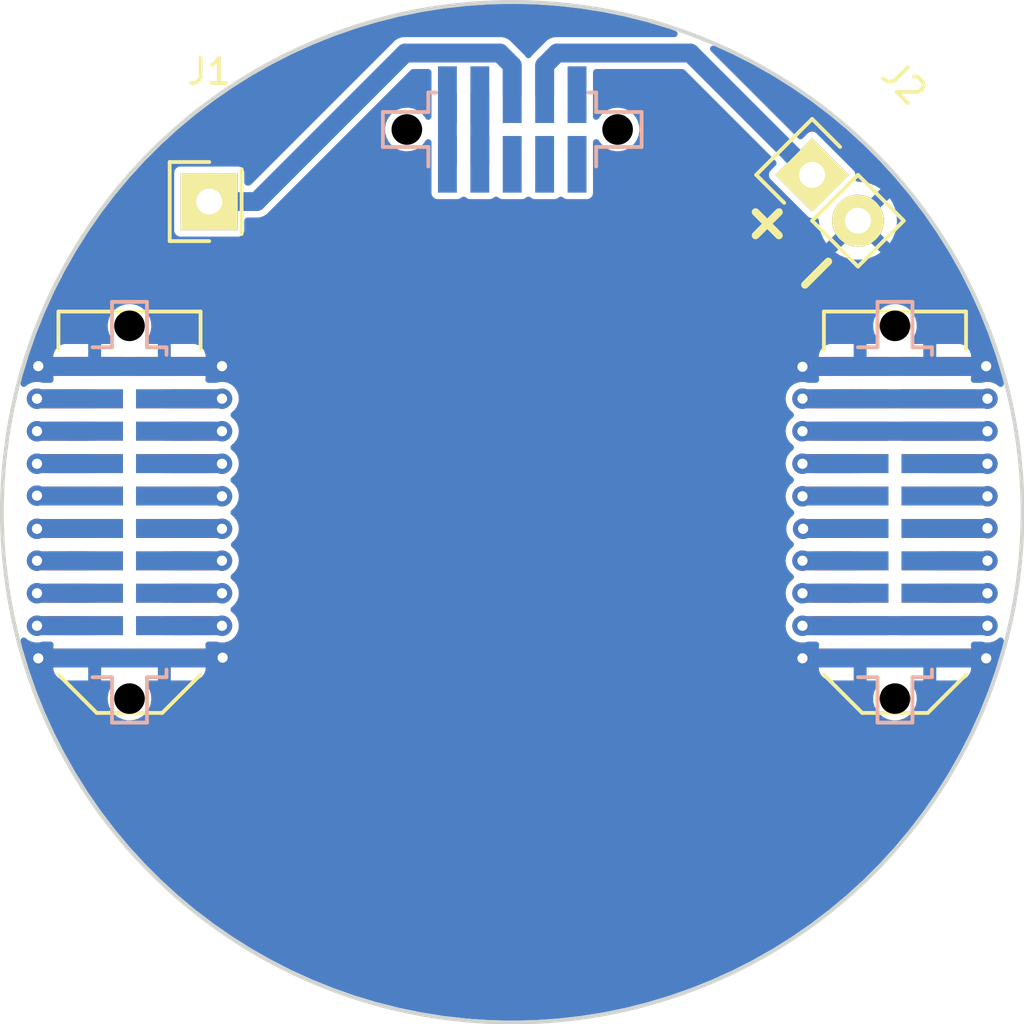
<source format=kicad_pcb>
(kicad_pcb (version 20221018) (generator pcbnew)
  (layers (0 "F.Cu" signal) (31 "B.Cu" signal) (34 "B.Paste" user) (35 "F.Paste" user) (36 "B.SilkS" user "B.Silkscreen") (37 "F.SilkS" user "F.Silkscreen") (38 "B.Mask" user) (39 "F.Mask" user) (44 "Edge.Cuts" user))
  (net 0 "")
  (net 1 "/BATT1")
  (net 2 "GND")
  (net 3 "/3v3_IMU")
  (net 4 "/JTMS")
  (net 5 "/3v3_RADIO")
  (net 6 "/JTCK")
  (net 7 "/3v3_FC")
  (net 8 "/JTDI")
  (net 9 "/3v3_PYRO")
  (net 10 "/JTDR")
  (net 11 "/3v3_DL")
  (net 12 "/RSVD1")
  (net 13 "/3v3_AUX1")
  (net 14 "/5v_CAN")
  (net 15 "/3v3_AUX2")
  (net 16 "/CAN-")
  (net 17 "/RSVD2")
  (net 18 "/CAN+")
  (net 19 "/PYRO_SO")
  (net 20 "/PYRO_SI")
  (net 21 "/5v_RADIO")
  (net 22 "/PYRO1")
  (net 23 "/5v_IMU")
  (net 24 "/PYRO2")
  (net 25 "/5v_AUX1")
  (net 26 "/PYRO3")
  (net 27 "/5v_AUX2")
  (net 28 "/PYRO4")
  (net 29 "/5v_CAM")
  (net 30 "/PWR")
  (net 31 "/CHARGE")
  (net 32 "/V_MAIN")
  (net 33 "/BATT2")
  (net 34 "/3v3_PSU")
  (net 35 "/SDA")
  (net 36 "/SCL")
  (net 37 "/~{ALERT}")
  (net 38 "/VBATT")
  (footprint "Socket_Strips:Socket_Strip_Straight_1x01" (layer "F.Cu") (at 88.125 87.825)
    (fp_text reference "J1" (at 0 -5.1) (layer "F.SilkS"))
    (fp_text value "BATT_CENTRE_TAP")
    (fp_line (start -1.55 -1.55) (end -1.55 1.55) (stroke (width 0.15)) (layer "F.SilkS"))
    (fp_line (start -1.55 -1.55) (end 0 -1.55) (stroke (width 0.15)) (layer "F.SilkS"))
    (fp_line (start -1.55 1.55) (end 0 1.55) (stroke (width 0.15)) (layer "F.SilkS"))
    (fp_line (start 1.27 1.27) (end 1.27 -1.27) (stroke (width 0.15)) (layer "F.SilkS"))
    (pad "1" thru_hole rect (at 0 0) (size 2.2352 2.2352) (drill 1.016) (layers "*.Cu" "*.Mask" "F.SilkS") (net 1 "/BATT1"))
  )
  (footprint "agg:TFML-110-02-L-D" (layer "F.Cu") (at 85 100 -90)
    (fp_text reference "J3")
    (fp_text value "WEST TOP")
    (fp_line (start -7.865 -2.785) (end -7.865 2.785) (stroke (width 0.15)) (layer "F.SilkS"))
    (fp_line (start -7.865 2.785) (end -6.365 2.785) (stroke (width 0.15)) (layer "F.SilkS"))
    (fp_line (start -6.365 -2.785) (end -7.865 -2.785) (stroke (width 0.15)) (layer "F.SilkS"))
    (fp_line (start 6.365 2.785) (end 7.865 1.285) (stroke (width 0.15)) (layer "F.SilkS"))
    (fp_line (start 7.865 -1.285) (end 6.365 -2.785) (stroke (width 0.15)) (layer "F.SilkS"))
    (fp_line (start 7.865 1.285) (end 7.865 -1.285) (stroke (width 0.15)) (layer "F.SilkS"))
    (pad "1" smd rect (at -5.715 1.715 270) (size 0.74 2.92) (layers "F.Cu" "F.Paste" "F.Mask") (net 2 "GND"))
    (pad "2" smd rect (at -5.715 -1.715 270) (size 0.74 2.92) (layers "F.Cu" "F.Paste" "F.Mask") (net 2 "GND"))
    (pad "3" smd rect (at -4.445 1.715 270) (size 0.74 2.92) (layers "F.Cu" "F.Paste" "F.Mask") (net 3 "/3v3_IMU"))
    (pad "4" smd rect (at -4.445 -1.715 270) (size 0.74 2.92) (layers "F.Cu" "F.Paste" "F.Mask") (net 4 "/JTMS"))
    (pad "5" smd rect (at -3.175 1.715 270) (size 0.74 2.92) (layers "F.Cu" "F.Paste" "F.Mask") (net 5 "/3v3_RADIO"))
    (pad "6" smd rect (at -3.175 -1.715 270) (size 0.74 2.92) (layers "F.Cu" "F.Paste" "F.Mask") (net 6 "/JTCK"))
    (pad "7" smd rect (at -1.905 1.715 270) (size 0.74 2.92) (layers "F.Cu" "F.Paste" "F.Mask") (net 7 "/3v3_FC"))
    (pad "8" smd rect (at -1.905 -1.715 270) (size 0.74 2.92) (layers "F.Cu" "F.Paste" "F.Mask") (net 8 "/JTDI"))
    (pad "9" smd rect (at -0.635 1.715 270) (size 0.74 2.92) (layers "F.Cu" "F.Paste" "F.Mask") (net 9 "/3v3_PYRO"))
    (pad "10" smd rect (at -0.635 -1.715 270) (size 0.74 2.92) (layers "F.Cu" "F.Paste" "F.Mask") (net 10 "/JTDR"))
    (pad "11" smd rect (at 0.635 1.715 270) (size 0.74 2.92) (layers "F.Cu" "F.Paste" "F.Mask") (net 11 "/3v3_DL"))
    (pad "12" smd rect (at 0.635 -1.715 270) (size 0.74 2.92) (layers "F.Cu" "F.Paste" "F.Mask") (net 12 "/RSVD1"))
    (pad "13" smd rect (at 1.905 1.715 270) (size 0.74 2.92) (layers "F.Cu" "F.Paste" "F.Mask") (net 13 "/3v3_AUX1"))
    (pad "14" smd rect (at 1.905 -1.715 270) (size 0.74 2.92) (layers "F.Cu" "F.Paste" "F.Mask") (net 14 "/5v_CAN"))
    (pad "15" smd rect (at 3.175 1.715 270) (size 0.74 2.92) (layers "F.Cu" "F.Paste" "F.Mask") (net 15 "/3v3_AUX2"))
    (pad "16" smd rect (at 3.175 -1.715 270) (size 0.74 2.92) (layers "F.Cu" "F.Paste" "F.Mask") (net 16 "/CAN-"))
    (pad "17" smd rect (at 4.445 1.715 270) (size 0.74 2.92) (layers "F.Cu" "F.Paste" "F.Mask") (net 17 "/RSVD2"))
    (pad "18" smd rect (at 4.445 -1.715 270) (size 0.74 2.92) (layers "F.Cu" "F.Paste" "F.Mask") (net 18 "/CAN+"))
    (pad "19" smd rect (at 5.715 1.715 270) (size 0.74 2.92) (layers "F.Cu" "F.Paste" "F.Mask") (net 2 "GND"))
    (pad "20" smd rect (at 5.715 -1.715 270) (size 0.74 2.92) (layers "F.Cu" "F.Paste" "F.Mask") (net 2 "GND"))
  )
  (footprint "agg:TFML-110-02-L-D" (layer "F.Cu") (at 115 100 -90)
    (fp_text reference "J5")
    (fp_text value "EAST TOP")
    (fp_line (start -7.865 -2.785) (end -7.865 2.785) (stroke (width 0.15)) (layer "F.SilkS"))
    (fp_line (start -7.865 2.785) (end -6.365 2.785) (stroke (width 0.15)) (layer "F.SilkS"))
    (fp_line (start -6.365 -2.785) (end -7.865 -2.785) (stroke (width 0.15)) (layer "F.SilkS"))
    (fp_line (start 6.365 2.785) (end 7.865 1.285) (stroke (width 0.15)) (layer "F.SilkS"))
    (fp_line (start 7.865 -1.285) (end 6.365 -2.785) (stroke (width 0.15)) (layer "F.SilkS"))
    (fp_line (start 7.865 1.285) (end 7.865 -1.285) (stroke (width 0.15)) (layer "F.SilkS"))
    (pad "1" smd rect (at -5.715 1.715 270) (size 0.74 2.92) (layers "F.Cu" "F.Paste" "F.Mask") (net 2 "GND"))
    (pad "2" smd rect (at -5.715 -1.715 270) (size 0.74 2.92) (layers "F.Cu" "F.Paste" "F.Mask") (net 2 "GND"))
    (pad "3" smd rect (at -4.445 1.715 270) (size 0.74 2.92) (layers "F.Cu" "F.Paste" "F.Mask") (net 19 "/PYRO_SO"))
    (pad "4" smd rect (at -4.445 -1.715 270) (size 0.74 2.92) (layers "F.Cu" "F.Paste" "F.Mask") (net 19 "/PYRO_SO"))
    (pad "5" smd rect (at -3.175 1.715 270) (size 0.74 2.92) (layers "F.Cu" "F.Paste" "F.Mask") (net 20 "/PYRO_SI"))
    (pad "6" smd rect (at -3.175 -1.715 270) (size 0.74 2.92) (layers "F.Cu" "F.Paste" "F.Mask") (net 20 "/PYRO_SI"))
    (pad "7" smd rect (at -1.905 1.715 270) (size 0.74 2.92) (layers "F.Cu" "F.Paste" "F.Mask") (net 21 "/5v_RADIO"))
    (pad "8" smd rect (at -1.905 -1.715 270) (size 0.74 2.92) (layers "F.Cu" "F.Paste" "F.Mask") (net 22 "/PYRO1"))
    (pad "9" smd rect (at -0.635 1.715 270) (size 0.74 2.92) (layers "F.Cu" "F.Paste" "F.Mask") (net 23 "/5v_IMU"))
    (pad "10" smd rect (at -0.635 -1.715 270) (size 0.74 2.92) (layers "F.Cu" "F.Paste" "F.Mask") (net 24 "/PYRO2"))
    (pad "11" smd rect (at 0.635 1.715 270) (size 0.74 2.92) (layers "F.Cu" "F.Paste" "F.Mask") (net 25 "/5v_AUX1"))
    (pad "12" smd rect (at 0.635 -1.715 270) (size 0.74 2.92) (layers "F.Cu" "F.Paste" "F.Mask") (net 26 "/PYRO3"))
    (pad "13" smd rect (at 1.905 1.715 270) (size 0.74 2.92) (layers "F.Cu" "F.Paste" "F.Mask") (net 27 "/5v_AUX2"))
    (pad "14" smd rect (at 1.905 -1.715 270) (size 0.74 2.92) (layers "F.Cu" "F.Paste" "F.Mask") (net 28 "/PYRO4"))
    (pad "15" smd rect (at 3.175 1.715 270) (size 0.74 2.92) (layers "F.Cu" "F.Paste" "F.Mask") (net 29 "/5v_CAM"))
    (pad "16" smd rect (at 3.175 -1.715 270) (size 0.74 2.92) (layers "F.Cu" "F.Paste" "F.Mask") (net 30 "/PWR"))
    (pad "17" smd rect (at 4.445 1.715 270) (size 0.74 2.92) (layers "F.Cu" "F.Paste" "F.Mask") (net 31 "/CHARGE"))
    (pad "18" smd rect (at 4.445 -1.715 270) (size 0.74 2.92) (layers "F.Cu" "F.Paste" "F.Mask") (net 31 "/CHARGE"))
    (pad "19" smd rect (at 5.715 1.715 270) (size 0.74 2.92) (layers "F.Cu" "F.Paste" "F.Mask") (net 2 "GND"))
    (pad "20" smd rect (at 5.715 -1.715 270) (size 0.74 2.92) (layers "F.Cu" "F.Paste" "F.Mask") (net 2 "GND"))
  )
  (footprint "Socket_Strips:Socket_Strip_Straight_1x02" (layer "F.Cu") (at 111.753949 86.778949 -45)
    (fp_text reference "J2" (at 0 -5.1 315) (layer "F.SilkS"))
    (fp_text value "BATT")
    (fp_line (start -1.55 -1.55) (end -1.55 1.55) (stroke (width 0.15)) (layer "F.SilkS"))
    (fp_line (start -1.55 1.55) (end 0 1.55) (stroke (width 0.15)) (layer "F.SilkS"))
    (fp_line (start 0 -1.55) (end -1.55 -1.55) (stroke (width 0.15)) (layer "F.SilkS"))
    (fp_line (start 1.27 -1.27) (end 3.81 -1.27) (stroke (width 0.15)) (layer "F.SilkS"))
    (fp_line (start 1.27 1.27) (end 1.27 -1.27) (stroke (width 0.15)) (layer "F.SilkS"))
    (fp_line (start 3.81 -1.27) (end 3.81 1.27) (stroke (width 0.15)) (layer "F.SilkS"))
    (fp_line (start 3.81 1.27) (end 1.27 1.27) (stroke (width 0.15)) (layer "F.SilkS"))
    (pad "1" thru_hole rect (at 0 0 315) (size 2.032 2.032) (drill 1.016) (layers "*.Cu" "*.Mask" "F.SilkS") (net 33 "/BATT2"))
    (pad "2" thru_hole oval (at 2.54 0 315) (size 2.032 2.032) (drill 1.016) (layers "*.Cu" "*.Mask" "F.SilkS") (net 2 "GND"))
  )
  (footprint "agg:SFML-110-02-L-D-LC" (layer "B.Cu") (at 85 100 -90)
    (fp_text reference "J4")
    (fp_text value "WEST BOT")
    (fp_line (start -8.245 -0.685) (end -8.245 0.685) (stroke (width 0.15)) (layer "B.SilkS"))
    (fp_line (start -8.245 0.685) (end -6.465 0.685) (stroke (width 0.15)) (layer "B.SilkS"))
    (fp_line (start -6.465 -1.45) (end -6.465 -0.685) (stroke (width 0.15)) (layer "B.SilkS"))
    (fp_line (start -6.465 -0.685) (end -8.245 -0.685) (stroke (width 0.15)) (layer "B.SilkS"))
    (fp_line (start -6.465 0.685) (end -6.465 1.45) (stroke (width 0.15)) (layer "B.SilkS"))
    (fp_line (start -6.165 -1.45) (end -6.465 -1.45) (stroke (width 0.15)) (layer "B.SilkS"))
    (fp_line (start 6.465 -1.45) (end 6.165 -1.45) (stroke (width 0.15)) (layer "B.SilkS"))
    (fp_line (start 6.465 -0.685) (end 6.465 -1.45) (stroke (width 0.15)) (layer "B.SilkS"))
    (fp_line (start 6.465 0.685) (end 8.245 0.685) (stroke (width 0.15)) (layer "B.SilkS"))
    (fp_line (start 6.465 1.45) (end 6.465 0.685) (stroke (width 0.15)) (layer "B.SilkS"))
    (fp_line (start 8.245 -0.685) (end 6.465 -0.685) (stroke (width 0.15)) (layer "B.SilkS"))
    (fp_line (start 8.245 0.685) (end 8.245 -0.685) (stroke (width 0.15)) (layer "B.SilkS"))
    (pad "" np_thru_hole circle (at -7.305 0 270) (size 1.2 1.2) (drill 1.2) (layers "*.Mask"))
    (pad "" np_thru_hole circle (at 7.305 0 270) (size 1.2 1.2) (drill 1.2) (layers "*.Mask"))
    (pad "1" smd rect (at -5.715 1.365 270) (size 0.74 2.22) (layers "B.Cu" "B.Paste" "B.Mask") (net 2 "GND"))
    (pad "2" smd rect (at -5.715 -1.365 270) (size 0.74 2.22) (layers "B.Cu" "B.Paste" "B.Mask") (net 2 "GND"))
    (pad "3" smd rect (at -4.445 1.365 270) (size 0.74 2.22) (layers "B.Cu" "B.Paste" "B.Mask") (net 3 "/3v3_IMU"))
    (pad "4" smd rect (at -4.445 -1.365 270) (size 0.74 2.22) (layers "B.Cu" "B.Paste" "B.Mask") (net 4 "/JTMS"))
    (pad "5" smd rect (at -3.175 1.365 270) (size 0.74 2.22) (layers "B.Cu" "B.Paste" "B.Mask") (net 5 "/3v3_RADIO"))
    (pad "6" smd rect (at -3.175 -1.365 270) (size 0.74 2.22) (layers "B.Cu" "B.Paste" "B.Mask") (net 6 "/JTCK"))
    (pad "7" smd rect (at -1.905 1.365 270) (size 0.74 2.22) (layers "B.Cu" "B.Paste" "B.Mask") (net 7 "/3v3_FC"))
    (pad "8" smd rect (at -1.905 -1.365 270) (size 0.74 2.22) (layers "B.Cu" "B.Paste" "B.Mask") (net 8 "/JTDI"))
    (pad "9" smd rect (at -0.635 1.365 270) (size 0.74 2.22) (layers "B.Cu" "B.Paste" "B.Mask") (net 9 "/3v3_PYRO"))
    (pad "10" smd rect (at -0.635 -1.365 270) (size 0.74 2.22) (layers "B.Cu" "B.Paste" "B.Mask") (net 10 "/JTDR"))
    (pad "11" smd rect (at 0.635 1.365 270) (size 0.74 2.22) (layers "B.Cu" "B.Paste" "B.Mask") (net 11 "/3v3_DL"))
    (pad "12" smd rect (at 0.635 -1.365 270) (size 0.74 2.22) (layers "B.Cu" "B.Paste" "B.Mask") (net 12 "/RSVD1"))
    (pad "13" smd rect (at 1.905 1.365 270) (size 0.74 2.22) (layers "B.Cu" "B.Paste" "B.Mask") (net 13 "/3v3_AUX1"))
    (pad "14" smd rect (at 1.905 -1.365 270) (size 0.74 2.22) (layers "B.Cu" "B.Paste" "B.Mask") (net 14 "/5v_CAN"))
    (pad "15" smd rect (at 3.175 1.365 270) (size 0.74 2.22) (layers "B.Cu" "B.Paste" "B.Mask") (net 15 "/3v3_AUX2"))
    (pad "16" smd rect (at 3.175 -1.365 270) (size 0.74 2.22) (layers "B.Cu" "B.Paste" "B.Mask") (net 16 "/CAN-"))
    (pad "17" smd rect (at 4.445 1.365 270) (size 0.74 2.22) (layers "B.Cu" "B.Paste" "B.Mask") (net 17 "/RSVD2"))
    (pad "18" smd rect (at 4.445 -1.365 270) (size 0.74 2.22) (layers "B.Cu" "B.Paste" "B.Mask") (net 18 "/CAN+"))
    (pad "19" smd rect (at 5.715 1.365 270) (size 0.74 2.22) (layers "B.Cu" "B.Paste" "B.Mask") (net 2 "GND"))
    (pad "20" smd rect (at 5.715 -1.365 270) (size 0.74 2.22) (layers "B.Cu" "B.Paste" "B.Mask") (net 2 "GND"))
  )
  (footprint "agg:SFML-110-02-L-D-LC" (layer "B.Cu") (at 115 100 -90)
    (fp_text reference "J6")
    (fp_text value "EAST BOT")
    (fp_line (start -8.245 -0.685) (end -8.245 0.685) (stroke (width 0.15)) (layer "B.SilkS"))
    (fp_line (start -8.245 0.685) (end -6.465 0.685) (stroke (width 0.15)) (layer "B.SilkS"))
    (fp_line (start -6.465 -1.45) (end -6.465 -0.685) (stroke (width 0.15)) (layer "B.SilkS"))
    (fp_line (start -6.465 -0.685) (end -8.245 -0.685) (stroke (width 0.15)) (layer "B.SilkS"))
    (fp_line (start -6.465 0.685) (end -6.465 1.45) (stroke (width 0.15)) (layer "B.SilkS"))
    (fp_line (start -6.165 -1.45) (end -6.465 -1.45) (stroke (width 0.15)) (layer "B.SilkS"))
    (fp_line (start 6.465 -1.45) (end 6.165 -1.45) (stroke (width 0.15)) (layer "B.SilkS"))
    (fp_line (start 6.465 -0.685) (end 6.465 -1.45) (stroke (width 0.15)) (layer "B.SilkS"))
    (fp_line (start 6.465 0.685) (end 8.245 0.685) (stroke (width 0.15)) (layer "B.SilkS"))
    (fp_line (start 6.465 1.45) (end 6.465 0.685) (stroke (width 0.15)) (layer "B.SilkS"))
    (fp_line (start 8.245 -0.685) (end 6.465 -0.685) (stroke (width 0.15)) (layer "B.SilkS"))
    (fp_line (start 8.245 0.685) (end 8.245 -0.685) (stroke (width 0.15)) (layer "B.SilkS"))
    (pad "" np_thru_hole circle (at -7.305 0 270) (size 1.2 1.2) (drill 1.2) (layers "*.Mask"))
    (pad "" np_thru_hole circle (at 7.305 0 270) (size 1.2 1.2) (drill 1.2) (layers "*.Mask"))
    (pad "1" smd rect (at -5.715 1.365 270) (size 0.74 2.22) (layers "B.Cu" "B.Paste" "B.Mask") (net 2 "GND"))
    (pad "2" smd rect (at -5.715 -1.365 270) (size 0.74 2.22) (layers "B.Cu" "B.Paste" "B.Mask") (net 2 "GND"))
    (pad "3" smd rect (at -4.445 1.365 270) (size 0.74 2.22) (layers "B.Cu" "B.Paste" "B.Mask") (net 19 "/PYRO_SO"))
    (pad "4" smd rect (at -4.445 -1.365 270) (size 0.74 2.22) (layers "B.Cu" "B.Paste" "B.Mask") (net 19 "/PYRO_SO"))
    (pad "5" smd rect (at -3.175 1.365 270) (size 0.74 2.22) (layers "B.Cu" "B.Paste" "B.Mask") (net 20 "/PYRO_SI"))
    (pad "6" smd rect (at -3.175 -1.365 270) (size 0.74 2.22) (layers "B.Cu" "B.Paste" "B.Mask") (net 20 "/PYRO_SI"))
    (pad "7" smd rect (at -1.905 1.365 270) (size 0.74 2.22) (layers "B.Cu" "B.Paste" "B.Mask") (net 21 "/5v_RADIO"))
    (pad "8" smd rect (at -1.905 -1.365 270) (size 0.74 2.22) (layers "B.Cu" "B.Paste" "B.Mask") (net 22 "/PYRO1"))
    (pad "9" smd rect (at -0.635 1.365 270) (size 0.74 2.22) (layers "B.Cu" "B.Paste" "B.Mask") (net 23 "/5v_IMU"))
    (pad "10" smd rect (at -0.635 -1.365 270) (size 0.74 2.22) (layers "B.Cu" "B.Paste" "B.Mask") (net 24 "/PYRO2"))
    (pad "11" smd rect (at 0.635 1.365 270) (size 0.74 2.22) (layers "B.Cu" "B.Paste" "B.Mask") (net 25 "/5v_AUX1"))
    (pad "12" smd rect (at 0.635 -1.365 270) (size 0.74 2.22) (layers "B.Cu" "B.Paste" "B.Mask") (net 26 "/PYRO3"))
    (pad "13" smd rect (at 1.905 1.365 270) (size 0.74 2.22) (layers "B.Cu" "B.Paste" "B.Mask") (net 27 "/5v_AUX2"))
    (pad "14" smd rect (at 1.905 -1.365 270) (size 0.74 2.22) (layers "B.Cu" "B.Paste" "B.Mask") (net 28 "/PYRO4"))
    (pad "15" smd rect (at 3.175 1.365 270) (size 0.74 2.22) (layers "B.Cu" "B.Paste" "B.Mask") (net 29 "/5v_CAM"))
    (pad "16" smd rect (at 3.175 -1.365 270) (size 0.74 2.22) (layers "B.Cu" "B.Paste" "B.Mask") (net 30 "/PWR"))
    (pad "17" smd rect (at 4.445 1.365 270) (size 0.74 2.22) (layers "B.Cu" "B.Paste" "B.Mask") (net 31 "/CHARGE"))
    (pad "18" smd rect (at 4.445 -1.365 270) (size 0.74 2.22) (layers "B.Cu" "B.Paste" "B.Mask") (net 31 "/CHARGE"))
    (pad "19" smd rect (at 5.715 1.365 270) (size 0.74 2.22) (layers "B.Cu" "B.Paste" "B.Mask") (net 2 "GND"))
    (pad "20" smd rect (at 5.715 -1.365 270) (size 0.74 2.22) (layers "B.Cu" "B.Paste" "B.Mask") (net 2 "GND"))
  )
  (footprint "agg:SFML-105-02-L-D-LC" (layer "B.Cu") (at 100 85)
    (fp_text reference "J7")
    (fp_text value "NORTH BOT")
    (fp_line (start -5.07 -0.685) (end -5.07 0.685) (stroke (width 0.15)) (layer "B.SilkS"))
    (fp_line (start -5.07 0.685) (end -3.29 0.685) (stroke (width 0.15)) (layer "B.SilkS"))
    (fp_line (start -3.29 -1.45) (end -3.29 -0.685) (stroke (width 0.15)) (layer "B.SilkS"))
    (fp_line (start -3.29 -0.685) (end -5.07 -0.685) (stroke (width 0.15)) (layer "B.SilkS"))
    (fp_line (start -3.29 0.685) (end -3.29 1.45) (stroke (width 0.15)) (layer "B.SilkS"))
    (fp_line (start -2.99 -1.45) (end -3.29 -1.45) (stroke (width 0.15)) (layer "B.SilkS"))
    (fp_line (start 3.29 -1.45) (end 2.99 -1.45) (stroke (width 0.15)) (layer "B.SilkS"))
    (fp_line (start 3.29 -0.685) (end 3.29 -1.45) (stroke (width 0.15)) (layer "B.SilkS"))
    (fp_line (start 3.29 0.685) (end 5.07 0.685) (stroke (width 0.15)) (layer "B.SilkS"))
    (fp_line (start 3.29 1.45) (end 3.29 0.685) (stroke (width 0.15)) (layer "B.SilkS"))
    (fp_line (start 5.07 -0.685) (end 3.29 -0.685) (stroke (width 0.15)) (layer "B.SilkS"))
    (fp_line (start 5.07 0.685) (end 5.07 -0.685) (stroke (width 0.15)) (layer "B.SilkS"))
    (pad "" np_thru_hole circle (at -4.13 0) (size 1.2 1.2) (drill 1.2) (layers "*.Mask"))
    (pad "" np_thru_hole circle (at 4.13 0) (size 1.2 1.2) (drill 1.2) (layers "*.Mask"))
    (pad "1" smd rect (at -2.54 1.365) (size 0.74 2.22) (layers "B.Cu" "B.Paste" "B.Mask") (net 32 "/V_MAIN"))
    (pad "2" smd rect (at -2.54 -1.365) (size 0.74 2.22) (layers "B.Cu" "B.Paste" "B.Mask") (net 32 "/V_MAIN"))
    (pad "3" smd rect (at -1.27 1.365) (size 0.74 2.22) (layers "B.Cu" "B.Paste" "B.Mask") (net 38 "/VBATT"))
    (pad "4" smd rect (at -1.27 -1.365) (size 0.74 2.22) (layers "B.Cu" "B.Paste" "B.Mask") (net 38 "/VBATT"))
    (pad "5" smd rect (at 0 1.365) (size 0.74 2.22) (layers "B.Cu" "B.Paste" "B.Mask") (net 34 "/3v3_PSU"))
    (pad "6" smd rect (at 0 -1.365) (size 0.74 2.22) (layers "B.Cu" "B.Paste" "B.Mask") (net 1 "/BATT1"))
    (pad "7" smd rect (at 1.27 1.365) (size 0.74 2.22) (layers "B.Cu" "B.Paste" "B.Mask") (net 35 "/SDA"))
    (pad "8" smd rect (at 1.27 -1.365) (size 0.74 2.22) (layers "B.Cu" "B.Paste" "B.Mask") (net 33 "/BATT2"))
    (pad "9" smd rect (at 2.54 1.365) (size 0.74 2.22) (layers "B.Cu" "B.Paste" "B.Mask") (net 36 "/SCL"))
    (pad "10" smd rect (at 2.54 -1.365) (size 0.74 2.22) (layers "B.Cu" "B.Paste" "B.Mask") (net 37 "/~{ALERT}"))
  )
  (gr_circle (center 100 100) (end 120 100) (stroke (width 0.15)) (fill none) (layer "Edge.Cuts"))
  (gr_text "+\n-" (at 110.875 89.575 45) (layer "F.SilkS") (effects (font (size 1.7 1.7) (thickness 0.3))))
  (segment (start 95.802601 82.004999) (end 89.9826 87.825) (width 0.74) (layer "B.Cu") (net 1))
  (segment (start 99.516001 82.004999) (end 95.802601 82.004999) (width 0.74) (layer "B.Cu") (net 1))
  (segment (start 100 83.635) (end 100 82.488998) (width 0.74) (layer "B.Cu") (net 1))
  (segment (start 89.9826 87.825) (end 88.125 87.825) (width 0.74) (layer "B.Cu") (net 1))
  (segment (start 100 82.488998) (end 99.516001 82.004999) (width 0.74) (layer "B.Cu") (net 1))
  (segment (start 111.385 105.715) (end 111.375 105.725) (width 0.74) (layer "F.Cu") (net 2))
  (segment (start 88.635 105.715) (end 88.65 105.7) (width 0.74) (layer "F.Cu") (net 2))
  (segment (start 86.715 105.715) (end 88.635 105.715) (width 0.74) (layer "F.Cu") (net 2))
  (segment (start 86.715 94.285) (end 88.615 94.285) (width 0.74) (layer "F.Cu") (net 2))
  (segment (start 83.285 94.285) (end 81.435 94.285) (width 0.74) (layer "F.Cu") (net 2))
  (segment (start 83.285 94.285) (end 86.715 94.285) (width 0.74) (layer "F.Cu") (net 2))
  (segment (start 116.715 105.715) (end 118.565 105.715) (width 0.74) (layer "F.Cu") (net 2))
  (segment (start 113.285 105.715) (end 116.715 105.715) (width 0.74) (layer "F.Cu") (net 2))
  (segment (start 113.285 105.715) (end 111.385 105.715) (width 0.74) (layer "F.Cu") (net 2))
  (segment (start 83.285 105.715) (end 86.715 105.715) (width 0.74) (layer "F.Cu") (net 2))
  (segment (start 81.435 105.715) (end 81.425 105.725) (width 0.74) (layer "F.Cu") (net 2))
  (segment (start 88.615 94.285) (end 88.625 94.275) (width 0.74) (layer "F.Cu") (net 2))
  (segment (start 116.715 94.285) (end 118.565 94.285) (width 0.74) (layer "F.Cu") (net 2))
  (segment (start 113.285 94.285) (end 111.39 94.285) (width 0.74) (layer "F.Cu") (net 2))
  (segment (start 83.285 105.715) (end 81.435 105.715) (width 0.74) (layer "F.Cu") (net 2))
  (segment (start 81.435 94.285) (end 81.425 94.275) (width 0.74) (layer "F.Cu") (net 2))
  (segment (start 118.565 94.285) (end 118.575 94.275) (width 0.74) (layer "F.Cu") (net 2))
  (segment (start 118.565 105.715) (end 118.575 105.725) (width 0.74) (layer "F.Cu") (net 2))
  (segment (start 113.285 94.285) (end 116.715 94.285) (width 0.74) (layer "F.Cu") (net 2))
  (segment (start 111.39 94.285) (end 111.375 94.3) (width 0.74) (layer "F.Cu") (net 2))
  (via (at 111.375 94.3) (size 0.8) (drill 0.4) (layers "F.Cu" "B.Cu") (net 2))
  (via (at 88.65 105.7) (size 0.8) (drill 0.4) (layers "F.Cu" "B.Cu") (net 2))
  (via (at 118.575 94.275) (size 0.8) (drill 0.4) (layers "F.Cu" "B.Cu") (net 2))
  (via (at 81.425 94.275) (size 0.8) (drill 0.4) (layers "F.Cu" "B.Cu") (net 2))
  (via (at 81.425 105.725) (size 0.8) (drill 0.4) (layers "F.Cu" "B.Cu") (net 2))
  (via (at 118.575 105.725) (size 0.8) (drill 0.4) (layers "F.Cu" "B.Cu") (net 2))
  (via (at 111.375 105.725) (size 0.8) (drill 0.4) (layers "F.Cu" "B.Cu") (net 2))
  (via (at 88.625 94.275) (size 0.8) (drill 0.4) (layers "F.Cu" "B.Cu") (net 2))
  (segment (start 83.635 105.715) (end 81.435 105.715) (width 0.74) (layer "B.Cu") (net 2))
  (segment (start 81.435 94.285) (end 81.425 94.275) (width 0.74) (layer "B.Cu") (net 2))
  (segment (start 83.635 94.285) (end 86.365 94.285) (width 0.74) (layer "B.Cu") (net 2))
  (segment (start 116.365 94.285) (end 118.565 94.285) (width 0.74) (layer "B.Cu") (net 2))
  (segment (start 111.385 105.715) (end 111.375 105.725) (width 0.74) (layer "B.Cu") (net 2))
  (segment (start 83.635 105.715) (end 86.365 105.715) (width 0.74) (layer "B.Cu") (net 2))
  (segment (start 88.635 105.715) (end 88.65 105.7) (width 0.74) (layer "B.Cu") (net 2))
  (segment (start 113.635 94.285) (end 111.39 94.285) (width 0.74) (layer "B.Cu") (net 2))
  (segment (start 118.565 94.285) (end 118.575 94.275) (width 0.74) (layer "B.Cu") (net 2))
  (segment (start 81.435 105.715) (end 81.425 105.725) (width 0.74) (layer "B.Cu") (net 2))
  (segment (start 118.565 105.715) (end 118.575 105.725) (width 0.74) (layer "B.Cu") (net 2))
  (segment (start 111.39 94.285) (end 111.375 94.3) (width 0.74) (layer "B.Cu") (net 2))
  (segment (start 113.635 105.715) (end 116.365 105.715) (width 0.74) (layer "B.Cu") (net 2))
  (segment (start 86.365 94.285) (end 88.615 94.285) (width 0.74) (layer "B.Cu") (net 2))
  (segment (start 116.365 105.715) (end 118.565 105.715) (width 0.74) (layer "B.Cu") (net 2))
  (segment (start 83.635 94.285) (end 81.435 94.285) (width 0.74) (layer "B.Cu") (net 2))
  (segment (start 113.635 105.715) (end 111.385 105.715) (width 0.74) (layer "B.Cu") (net 2))
  (segment (start 88.615 94.285) (end 88.625 94.275) (width 0.74) (layer "B.Cu") (net 2))
  (segment (start 113.635 94.285) (end 116.365 94.285) (width 0.74) (layer "B.Cu") (net 2))
  (segment (start 86.365 105.715) (end 88.635 105.715) (width 0.74) (layer "B.Cu") (net 2))
  (segment (start 83.285 95.555) (end 81.38 95.555) (width 0.74) (layer "F.Cu") (net 3))
  (segment (start 81.38 95.555) (end 81.375 95.55) (width 0.74) (layer "F.Cu") (net 3))
  (via (at 81.375 95.55) (size 0.8) (drill 0.4) (layers "F.Cu" "B.Cu") (net 3))
  (segment (start 83.635 95.555) (end 81.38 95.555) (width 0.74) (layer "B.Cu") (net 3))
  (segment (start 81.38 95.555) (end 81.375 95.55) (width 0.74) (layer "B.Cu") (net 3))
  (segment (start 86.715 95.555) (end 88.62 95.555) (width 0.74) (layer "F.Cu") (net 4))
  (segment (start 88.62 95.555) (end 88.625 95.55) (width 0.74) (layer "F.Cu") (net 4))
  (via (at 88.625 95.55) (size 0.8) (drill 0.4) (layers "F.Cu" "B.Cu") (net 4))
  (segment (start 86.365 95.555) (end 88.62 95.555) (width 0.74) (layer "B.Cu") (net 4))
  (segment (start 88.62 95.555) (end 88.625 95.55) (width 0.74) (layer "B.Cu") (net 4))
  (segment (start 83.285 96.825) (end 81.375 96.825) (width 0.74) (layer "F.Cu") (net 5))
  (via (at 81.375 96.825) (size 0.8) (drill 0.4) (layers "F.Cu" "B.Cu") (net 5))
  (segment (start 83.635 96.825) (end 81.375 96.825) (width 0.74) (layer "B.Cu") (net 5))
  (segment (start 86.715 96.825) (end 88.625 96.825) (width 0.74) (layer "F.Cu") (net 6))
  (via (at 88.625 96.825) (size 0.8) (drill 0.4) (layers "F.Cu" "B.Cu") (net 6))
  (segment (start 86.365 96.825) (end 88.625 96.825) (width 0.74) (layer "B.Cu") (net 6))
  (segment (start 83.285 98.095) (end 81.38 98.095) (width 0.74) (layer "F.Cu") (net 7))
  (segment (start 81.38 98.095) (end 81.375 98.1) (width 0.74) (layer "F.Cu") (net 7))
  (via (at 81.375 98.1) (size 0.8) (drill 0.4) (layers "F.Cu" "B.Cu") (net 7))
  (segment (start 81.38 98.095) (end 81.375 98.1) (width 0.74) (layer "B.Cu") (net 7))
  (segment (start 83.635 98.095) (end 81.38 98.095) (width 0.74) (layer "B.Cu") (net 7))
  (segment (start 86.715 98.095) (end 88.62 98.095) (width 0.74) (layer "F.Cu") (net 8))
  (segment (start 88.62 98.095) (end 88.625 98.1) (width 0.74) (layer "F.Cu") (net 8))
  (via (at 88.625 98.1) (size 0.8) (drill 0.4) (layers "F.Cu" "B.Cu") (net 8))
  (segment (start 86.365 98.095) (end 88.62 98.095) (width 0.74) (layer "B.Cu") (net 8))
  (segment (start 88.62 98.095) (end 88.625 98.1) (width 0.74) (layer "B.Cu") (net 8))
  (segment (start 83.285 99.365) (end 81.39 99.365) (width 0.74) (layer "F.Cu") (net 9))
  (segment (start 81.39 99.365) (end 81.375 99.35) (width 0.74) (layer "F.Cu") (net 9))
  (via (at 81.375 99.35) (size 0.8) (drill 0.4) (layers "F.Cu" "B.Cu") (net 9))
  (segment (start 83.635 99.365) (end 81.39 99.365) (width 0.74) (layer "B.Cu") (net 9))
  (segment (start 81.39 99.365) (end 81.375 99.35) (width 0.74) (layer "B.Cu") (net 9))
  (segment (start 88.615 99.365) (end 88.625 99.375) (width 0.74) (layer "F.Cu") (net 10))
  (segment (start 86.715 99.365) (end 88.615 99.365) (width 0.74) (layer "F.Cu") (net 10))
  (via (at 88.625 99.375) (size 0.8) (drill 0.4) (layers "F.Cu" "B.Cu") (net 10))
  (segment (start 88.615 99.365) (end 88.625 99.375) (width 0.74) (layer "B.Cu") (net 10))
  (segment (start 86.365 99.365) (end 88.615 99.365) (width 0.74) (layer "B.Cu") (net 10))
  (segment (start 83.285 100.635) (end 81.39 100.635) (width 0.74) (layer "F.Cu") (net 11))
  (segment (start 81.39 100.635) (end 81.375 100.65) (width 0.74) (layer "F.Cu") (net 11))
  (via (at 81.375 100.65) (size 0.8) (drill 0.4) (layers "F.Cu" "B.Cu") (net 11))
  (segment (start 83.635 100.635) (end 81.39 100.635) (width 0.74) (layer "B.Cu") (net 11))
  (segment (start 81.39 100.635) (end 81.375 100.65) (width 0.74) (layer "B.Cu") (net 11))
  (segment (start 88.61 100.635) (end 88.625 100.65) (width 0.74) (layer "F.Cu") (net 12))
  (segment (start 86.715 100.635) (end 88.61 100.635) (width 0.74) (layer "F.Cu") (net 12))
  (via (at 88.625 100.65) (size 0.8) (drill 0.4) (layers "F.Cu" "B.Cu") (net 12))
  (segment (start 88.61 100.635) (end 88.625 100.65) (width 0.74) (layer "B.Cu") (net 12))
  (segment (start 86.365 100.635) (end 88.61 100.635) (width 0.74) (layer "B.Cu") (net 12))
  (segment (start 81.38 101.905) (end 81.375 101.9) (width 0.74) (layer "F.Cu") (net 13))
  (segment (start 83.285 101.905) (end 81.38 101.905) (width 0.74) (layer "F.Cu") (net 13))
  (via (at 81.375 101.9) (size 0.8) (drill 0.4) (layers "F.Cu" "B.Cu") (net 13))
  (segment (start 83.635 101.905) (end 81.38 101.905) (width 0.74) (layer "B.Cu") (net 13))
  (segment (start 81.38 101.905) (end 81.375 101.9) (width 0.74) (layer "B.Cu") (net 13))
  (segment (start 86.715 101.905) (end 88.62 101.905) (width 0.74) (layer "F.Cu") (net 14))
  (segment (start 88.62 101.905) (end 88.625 101.9) (width 0.74) (layer "F.Cu") (net 14))
  (via (at 88.625 101.9) (size 0.8) (drill 0.4) (layers "F.Cu" "B.Cu") (net 14))
  (segment (start 88.62 101.905) (end 88.625 101.9) (width 0.74) (layer "B.Cu") (net 14))
  (segment (start 86.365 101.905) (end 88.62 101.905) (width 0.74) (layer "B.Cu") (net 14))
  (segment (start 83.285 103.175) (end 81.375 103.175) (width 0.74) (layer "F.Cu") (net 15))
  (via (at 81.375 103.175) (size 0.8) (drill 0.4) (layers "F.Cu" "B.Cu") (net 15))
  (segment (start 83.635 103.175) (end 81.375 103.175) (width 0.74) (layer "B.Cu") (net 15))
  (segment (start 86.715 103.175) (end 88.625 103.175) (width 0.74) (layer "F.Cu") (net 16))
  (via (at 88.625 103.175) (size 0.8) (drill 0.4) (layers "F.Cu" "B.Cu") (net 16))
  (segment (start 86.365 103.175) (end 88.625 103.175) (width 0.74) (layer "B.Cu") (net 16))
  (segment (start 81.38 104.445) (end 81.375 104.45) (width 0.74) (layer "F.Cu") (net 17))
  (segment (start 83.285 104.445) (end 81.38 104.445) (width 0.74) (layer "F.Cu") (net 17))
  (via (at 81.375 104.45) (size 0.8) (drill 0.4) (layers "F.Cu" "B.Cu") (net 17))
  (segment (start 81.38 104.445) (end 81.375 104.45) (width 0.74) (layer "B.Cu") (net 17))
  (segment (start 83.635 104.445) (end 81.38 104.445) (width 0.74) (layer "B.Cu") (net 17))
  (segment (start 86.715 104.445) (end 88.62 104.445) (width 0.74) (layer "F.Cu") (net 18))
  (segment (start 88.62 104.445) (end 88.625 104.45) (width 0.74) (layer "F.Cu") (net 18))
  (via (at 88.625 104.45) (size 0.8) (drill 0.4) (layers "F.Cu" "B.Cu") (net 18))
  (segment (start 88.62 104.445) (end 88.625 104.45) (width 0.74) (layer "B.Cu") (net 18))
  (segment (start 86.365 104.445) (end 88.62 104.445) (width 0.74) (layer "B.Cu") (net 18))
  (segment (start 113.285 95.555) (end 116.715 95.555) (width 0.74) (layer "F.Cu") (net 19))
  (segment (start 113.285 95.555) (end 111.38 95.555) (width 0.74) (layer "F.Cu") (net 19))
  (segment (start 111.38 95.555) (end 111.375 95.55) (width 0.74) (layer "F.Cu") (net 19))
  (segment (start 118.62 95.555) (end 118.625 95.55) (width 0.74) (layer "F.Cu") (net 19))
  (segment (start 116.715 95.555) (end 118.62 95.555) (width 0.74) (layer "F.Cu") (net 19))
  (via (at 118.625 95.55) (size 0.8) (drill 0.4) (layers "F.Cu" "B.Cu") (net 19))
  (via (at 111.375 95.55) (size 0.8) (drill 0.4) (layers "F.Cu" "B.Cu") (net 19))
  (segment (start 116.365 95.555) (end 118.62 95.555) (width 0.74) (layer "B.Cu") (net 19))
  (segment (start 118.62 95.555) (end 118.625 95.55) (width 0.74) (layer "B.Cu") (net 19))
  (segment (start 113.635 95.555) (end 111.38 95.555) (width 0.74) (layer "B.Cu") (net 19))
  (segment (start 111.38 95.555) (end 111.375 95.55) (width 0.74) (layer "B.Cu") (net 19))
  (segment (start 113.635 95.555) (end 116.365 95.555) (width 0.74) (layer "B.Cu") (net 19))
  (segment (start 113.285 96.825) (end 111.375 96.825) (width 0.74) (layer "F.Cu") (net 20))
  (segment (start 116.715 96.825) (end 118.625 96.825) (width 0.74) (layer "F.Cu") (net 20))
  (segment (start 113.285 96.825) (end 116.715 96.825) (width 0.74) (layer "F.Cu") (net 20))
  (via (at 111.375 96.825) (size 0.8) (drill 0.4) (layers "F.Cu" "B.Cu") (net 20))
  (via (at 118.625 96.825) (size 0.8) (drill 0.4) (layers "F.Cu" "B.Cu") (net 20))
  (segment (start 113.635 96.825) (end 116.365 96.825) (width 0.74) (layer "B.Cu") (net 20))
  (segment (start 113.635 96.825) (end 111.375 96.825) (width 0.74) (layer "B.Cu") (net 20))
  (segment (start 116.365 96.825) (end 118.625 96.825) (width 0.74) (layer "B.Cu") (net 20))
  (segment (start 113.285 98.095) (end 111.38 98.095) (width 0.74) (layer "F.Cu") (net 21))
  (segment (start 111.38 98.095) (end 111.375 98.1) (width 0.74) (layer "F.Cu") (net 21))
  (via (at 111.375 98.1) (size 0.8) (drill 0.4) (layers "F.Cu" "B.Cu") (net 21))
  (segment (start 113.635 98.095) (end 111.38 98.095) (width 0.74) (layer "B.Cu") (net 21))
  (segment (start 111.38 98.095) (end 111.375 98.1) (width 0.74) (layer "B.Cu") (net 21))
  (segment (start 116.715 98.095) (end 118.62 98.095) (width 0.74) (layer "F.Cu") (net 22))
  (segment (start 118.62 98.095) (end 118.625 98.1) (width 0.74) (layer "F.Cu") (net 22))
  (via (at 118.625 98.1) (size 0.8) (drill 0.4) (layers "F.Cu" "B.Cu") (net 22))
  (segment (start 118.62 98.095) (end 118.625 98.1) (width 0.74) (layer "B.Cu") (net 22))
  (segment (start 116.365 98.095) (end 118.62 98.095) (width 0.74) (layer "B.Cu") (net 22))
  (segment (start 113.285 99.365) (end 111.385 99.365) (width 0.74) (layer "F.Cu") (net 23))
  (segment (start 111.385 99.365) (end 111.375 99.375) (width 0.74) (layer "F.Cu") (net 23))
  (via (at 111.375 99.375) (size 0.8) (drill 0.4) (layers "F.Cu" "B.Cu") (net 23))
  (segment (start 111.385 99.365) (end 111.375 99.375) (width 0.74) (layer "B.Cu") (net 23))
  (segment (start 113.635 99.365) (end 111.385 99.365) (width 0.74) (layer "B.Cu") (net 23))
  (segment (start 116.715 99.365) (end 118.615 99.365) (width 0.74) (layer "F.Cu") (net 24))
  (segment (start 118.615 99.365) (end 118.625 99.375) (width 0.74) (layer "F.Cu") (net 24))
  (via (at 118.625 99.375) (size 0.8) (drill 0.4) (layers "F.Cu" "B.Cu") (net 24))
  (segment (start 118.615 99.365) (end 118.625 99.375) (width 0.74) (layer "B.Cu") (net 24))
  (segment (start 116.365 99.365) (end 118.615 99.365) (width 0.74) (layer "B.Cu") (net 24))
  (segment (start 113.285 100.635) (end 111.415 100.635) (width 0.74) (layer "F.Cu") (net 25))
  (segment (start 111.415 100.635) (end 111.4 100.65) (width 0.74) (layer "F.Cu") (net 25))
  (via (at 111.4 100.65) (size 0.8) (drill 0.4) (layers "F.Cu" "B.Cu") (net 25))
  (segment (start 113.635 100.635) (end 111.415 100.635) (width 0.74) (layer "B.Cu") (net 25))
  (segment (start 111.415 100.635) (end 111.4 100.65) (width 0.74) (layer "B.Cu") (net 25))
  (segment (start 118.615 100.635) (end 118.625 100.625) (width 0.74) (layer "F.Cu") (net 26))
  (segment (start 116.715 100.635) (end 118.615 100.635) (width 0.74) (layer "F.Cu") (net 26))
  (via (at 118.625 100.625) (size 0.8) (drill 0.4) (layers "F.Cu" "B.Cu") (net 26))
  (segment (start 118.615 100.635) (end 118.625 100.625) (width 0.74) (layer "B.Cu") (net 26))
  (segment (start 116.365 100.635) (end 118.615 100.635) (width 0.74) (layer "B.Cu") (net 26))
  (segment (start 113.285 101.905) (end 111.38 101.905) (width 0.74) (layer "F.Cu") (net 27))
  (segment (start 111.38 101.905) (end 111.375 101.9) (width 0.74) (layer "F.Cu") (net 27))
  (via (at 111.375 101.9) (size 0.8) (drill 0.4) (layers "F.Cu" "B.Cu") (net 27))
  (segment (start 113.635 101.905) (end 111.38 101.905) (width 0.74) (layer "B.Cu") (net 27))
  (segment (start 111.38 101.905) (end 111.375 101.9) (width 0.74) (layer "B.Cu") (net 27))
  (segment (start 116.715 101.905) (end 118.62 101.905) (width 0.74) (layer "F.Cu") (net 28))
  (segment (start 118.62 101.905) (end 118.625 101.9) (width 0.74) (layer "F.Cu") (net 28))
  (via (at 118.625 101.9) (size 0.8) (drill 0.4) (layers "F.Cu" "B.Cu") (net 28))
  (segment (start 118.62 101.905) (end 118.625 101.9) (width 0.74) (layer "B.Cu") (net 28))
  (segment (start 116.365 101.905) (end 118.62 101.905) (width 0.74) (layer "B.Cu") (net 28))
  (segment (start 113.285 103.175) (end 111.375 103.175) (width 0.74) (layer "F.Cu") (net 29))
  (via (at 111.375 103.175) (size 0.8) (drill 0.4) (layers "F.Cu" "B.Cu") (net 29))
  (segment (start 113.635 103.175) (end 111.375 103.175) (width 0.74) (layer "B.Cu") (net 29))
  (segment (start 116.715 103.175) (end 118.625 103.175) (width 0.74) (layer "F.Cu") (net 30))
  (via (at 118.625 103.175) (size 0.8) (drill 0.4) (layers "F.Cu" "B.Cu") (net 30))
  (segment (start 116.365 103.175) (end 118.625 103.175) (width 0.74) (layer "B.Cu") (net 30))
  (segment (start 113.285 104.445) (end 116.715 104.445) (width 0.74) (layer "F.Cu") (net 31))
  (segment (start 118.62 104.445) (end 118.625 104.45) (width 0.74) (layer "F.Cu") (net 31))
  (segment (start 113.285 104.445) (end 111.38 104.445) (width 0.74) (layer "F.Cu") (net 31))
  (segment (start 116.715 104.445) (end 118.62 104.445) (width 0.74) (layer "F.Cu") (net 31))
  (segment (start 111.38 104.445) (end 111.375 104.45) (width 0.74) (layer "F.Cu") (net 31))
  (via (at 111.375 104.45) (size 0.8) (drill 0.4) (layers "F.Cu" "B.Cu") (net 31))
  (via (at 118.625 104.45) (size 0.8) (drill 0.4) (layers "F.Cu" "B.Cu") (net 31))
  (segment (start 111.38 104.445) (end 111.375 104.45) (width 0.74) (layer "B.Cu") (net 31))
  (segment (start 116.365 104.445) (end 118.62 104.445) (width 0.74) (layer "B.Cu") (net 31))
  (segment (start 113.635 104.445) (end 111.38 104.445) (width 0.74) (layer "B.Cu") (net 31))
  (segment (start 118.62 104.445) (end 118.625 104.45) (width 0.74) (layer "B.Cu") (net 31))
  (segment (start 113.635 104.445) (end 116.365 104.445) (width 0.74) (layer "B.Cu") (net 31))
  (segment (start 97.46 83.635) (end 97.46 86.365) (width 0.74) (layer "B.Cu") (net 32))
  (segment (start 101.27 82.488998) (end 101.753999 82.004999) (width 0.74) (layer "B.Cu") (net 33))
  (segment (start 101.753999 82.004999) (end 106.979999 82.004999) (width 0.74) (layer "B.Cu") (net 33))
  (segment (start 106.979999 82.004999) (end 110.964819 85.989819) (width 0.74) (layer "B.Cu") (net 33))
  (segment (start 101.27 83.635) (end 101.27 82.488998) (width 0.74) (layer "B.Cu") (net 33))
  (segment (start 110.964819 85.989819) (end 111.753949 86.778949) (width 0.74) (layer "B.Cu") (net 33))
  (segment (start 98.73 83.635) (end 98.73 86.365) (width 0.74) (layer "B.Cu") (net 38))
  (zone (net 2) (net_name "GND") (layer "B.Cu") (connect_pads (clearance 0.254)) (min_thickness 0.254) (fill yes (thermal_gap 0.508) (thermal_bridge_width 0.508))
    (polygon (pts (xy 80 80) (xy 120 80) (xy 120 120) (xy 80 120)))
  )
)
</source>
